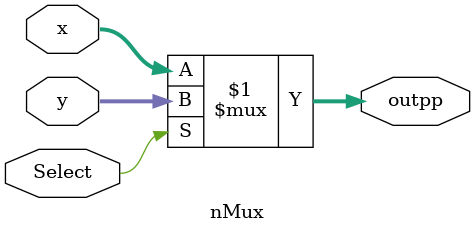
<source format=v>
`timescale 1ns / 1ps


module nMux #(parameter N = 8 )(
input Select,
input [N-1:0] x,y,
output [N-1:0]outpp
    );
    
 assign outpp = Select ? y:x;
endmodule

</source>
